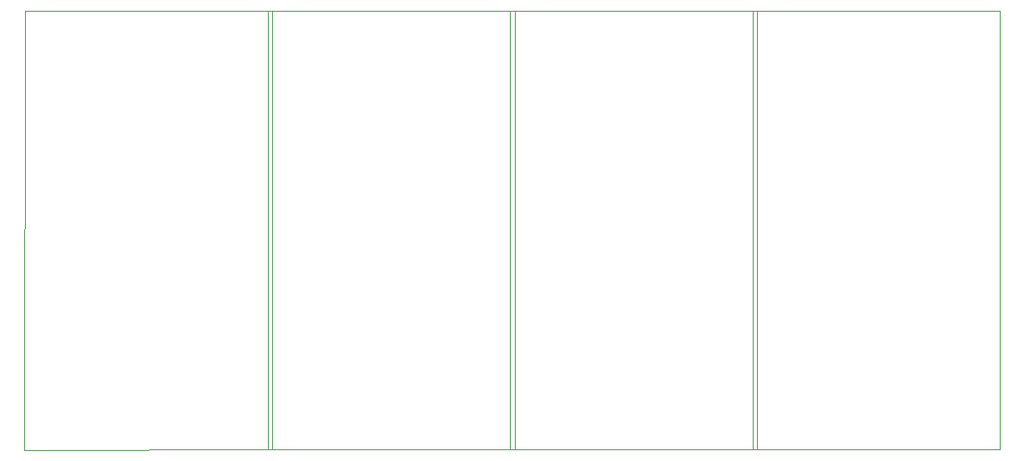
<source format=gbp>
G75*
%MOIN*%
%OFA0B0*%
%FSLAX25Y25*%
%IPPOS*%
%LPD*%
%AMOC8*
5,1,8,0,0,1.08239X$1,22.5*
%
%ADD10C,0.00000*%
D10*
X0001000Y0001000D02*
X0001200Y0176576D01*
X0099901Y0176576D01*
X0099901Y0001300D01*
X0001000Y0001000D01*
X0098213Y0001300D02*
X0098213Y0176576D01*
X0196914Y0176576D01*
X0196914Y0001300D01*
X0098213Y0001300D01*
X0195006Y0001370D02*
X0195006Y0176646D01*
X0293707Y0176646D01*
X0293707Y0001370D01*
X0195006Y0001370D01*
X0291809Y0001370D02*
X0291809Y0176646D01*
X0390510Y0176646D01*
X0390510Y0001370D01*
X0291809Y0001370D01*
M02*

</source>
